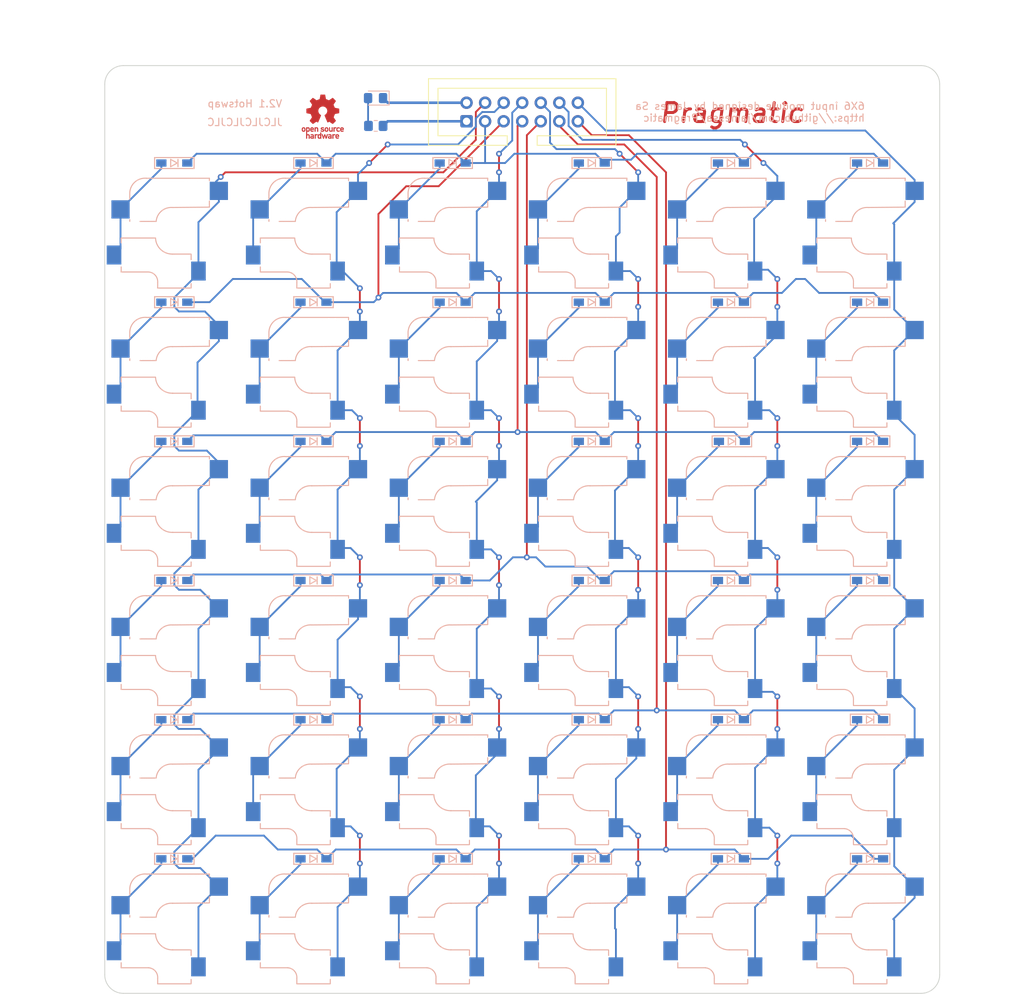
<source format=kicad_pcb>
(kicad_pcb (version 20211014) (generator pcbnew)
  (title_block (title "Pragmatic 6x6 input module") (date "2022-03-02") (rev "2.1") (company "James Sa"))
  (layers (0 "F.Cu" signal) (31 "B.Cu" signal) (34 "B.Paste" user) (35 "F.Paste" user) (36 "B.SilkS" user "B.Silkscreen") (37 "F.SilkS" user "F.Silkscreen") (38 "B.Mask" user) (39 "F.Mask" user) (44 "Edge.Cuts" user))
  (net 0 "")
  (net 1 "Net-(D1-Pad2)")
  (net 2 "Row1")
  (net 3 "Net-(D2-Pad2)")
  (net 4 "Col1")
  (net 5 "Net-(D7-Pad2)")
  (net 6 "Row2")
  (net 7 "Net-(D8-Pad2)")
  (net 8 "VCC")
  (net 9 "Col3")
  (net 10 "Col2")
  (net 11 "Row3")
  (net 12 "GND")
  (net 13 "Row4")
  (net 14 "Row5")
  (net 15 "Row6")
  (net 16 "Col6")
  (net 17 "Col5")
  (net 18 "Col4")
  (net 19 "Net-(D37-Pad2)")
  (net 20 "Net-(D3-Pad2)")
  (net 21 "Net-(D4-Pad2)")
  (net 22 "Net-(D5-Pad2)")
  (net 23 "Net-(D6-Pad2)")
  (net 24 "Net-(D9-Pad2)")
  (net 25 "Net-(D10-Pad2)")
  (net 26 "Net-(D11-Pad2)")
  (net 27 "Net-(D12-Pad2)")
  (net 28 "Net-(D13-Pad2)")
  (net 29 "Net-(D14-Pad2)")
  (net 30 "Net-(D15-Pad2)")
  (net 31 "Net-(D16-Pad2)")
  (net 32 "Net-(D17-Pad2)")
  (net 33 "Net-(D18-Pad2)")
  (net 34 "Net-(D19-Pad2)")
  (net 35 "Net-(D20-Pad2)")
  (net 36 "Net-(D21-Pad2)")
  (net 37 "Net-(D22-Pad2)")
  (net 38 "Net-(D23-Pad2)")
  (net 39 "Net-(D24-Pad2)")
  (net 40 "Net-(D25-Pad2)")
  (net 41 "Net-(D26-Pad2)")
  (net 42 "Net-(D27-Pad2)")
  (net 43 "Net-(D28-Pad2)")
  (net 44 "Net-(D29-Pad2)")
  (net 45 "Net-(D30-Pad2)")
  (net 46 "Net-(D31-Pad2)")
  (net 47 "Net-(D32-Pad2)")
  (net 48 "Net-(D33-Pad2)")
  (net 49 "Net-(D34-Pad2)")
  (net 50 "Net-(D35-Pad2)")
  (net 51 "Net-(D36-Pad2)")
  (footprint "Keyboard_JSA:CherryMX_Choc_Hotswap" (layer "F.Cu") (at 57.15 57.15)
    (fp_text reference "SW1" hide)
    (fp_text value "SW_Push" hide)
  )
  (footprint "Keyboard_JSA:CherryMX_Choc_Hotswap" (layer "F.Cu") (at 57.15 76.2)
    (fp_text reference "SW7" hide)
    (fp_text value "SW_Push" hide)
  )
  (footprint "Keyboard_JSA:CherryMX_Choc_Hotswap" (layer "F.Cu") (at 76.2 76.2)
    (fp_text reference "SW8" hide)
    (fp_text value "SW_Push" hide)
  )
  (footprint "Keyboard_JSA:CherryMX_Choc_Hotswap" (layer "F.Cu") (at 76.2 57.15)
    (fp_text reference "SW2" hide)
    (fp_text value "SW_Push" hide)
  )
  (footprint "Keyboard_JSA:CherryMX_Choc_Hotswap" (layer "F.Cu") (at 95.25 57.15)
    (fp_text reference "SW3" hide)
    (fp_text value "SW_Push" hide)
  )
  (footprint "Keyboard_JSA:CherryMX_Choc_Hotswap" (layer "F.Cu") (at 114.3 57.15)
    (fp_text reference "SW4" hide)
    (fp_text value "SW_Push" hide)
  )
  (footprint "Keyboard_JSA:CherryMX_Choc_Hotswap" (layer "F.Cu") (at 133.35 57.15)
    (fp_text reference "SW5" hide)
    (fp_text value "SW_Push" hide)
  )
  (footprint "Keyboard_JSA:CherryMX_Choc_Hotswap" (layer "F.Cu") (at 152.4 57.15)
    (fp_text reference "SW6" hide)
    (fp_text value "SW_Push" hide)
  )
  (footprint "Keyboard_JSA:CherryMX_Choc_Hotswap" (layer "F.Cu") (at 95.25 76.2)
    (fp_text reference "SW9" hide)
    (fp_text value "SW_Push" hide)
  )
  (footprint "Keyboard_JSA:CherryMX_Choc_Hotswap" (layer "F.Cu") (at 114.3 76.2)
    (fp_text reference "SW10" hide)
    (fp_text value "SW_Push" hide)
  )
  (footprint "Keyboard_JSA:CherryMX_Choc_Hotswap" (layer "F.Cu") (at 133.35 76.2)
    (fp_text reference "SW11" hide)
    (fp_text value "SW_Push" hide)
  )
  (footprint "Keyboard_JSA:CherryMX_Choc_Hotswap" (layer "F.Cu") (at 152.4 76.2)
    (fp_text reference "SW12" hide)
    (fp_text value "SW_Push" hide)
  )
  (footprint "Keyboard_JSA:CherryMX_Choc_Hotswap" (layer "F.Cu") (at 57.15 95.25)
    (fp_text reference "SW13" hide)
    (fp_text value "SW_Push" hide)
  )
  (footprint "Keyboard_JSA:CherryMX_Choc_Hotswap" (layer "F.Cu") (at 76.2 95.25)
    (fp_text reference "SW14" hide)
    (fp_text value "SW_Push" hide)
  )
  (footprint "Keyboard_JSA:CherryMX_Choc_Hotswap" (layer "F.Cu") (at 95.25 95.25)
    (fp_text reference "SW15" hide)
    (fp_text value "SW_Push" hide)
  )
  (footprint "Keyboard_JSA:CherryMX_Choc_Hotswap" (layer "F.Cu") (at 114.3 95.25)
    (fp_text reference "SW16" hide)
    (fp_text value "SW_Push" hide)
  )
  (footprint "Keyboard_JSA:CherryMX_Choc_Hotswap" (layer "F.Cu") (at 133.35 95.25)
    (fp_text reference "SW17" hide)
    (fp_text value "SW_Push" hide)
  )
  (footprint "Keyboard_JSA:CherryMX_Choc_Hotswap" (layer "F.Cu") (at 152.4 95.25)
    (fp_text reference "SW18" hide)
    (fp_text value "SW_Push" hide)
  )
  (footprint "Keyboard_JSA:CherryMX_Choc_Hotswap" (layer "F.Cu") (at 57.15 114.3)
    (fp_text reference "SW19" hide)
    (fp_text value "SW_Push" hide)
  )
  (footprint "Keyboard_JSA:CherryMX_Choc_Hotswap" (layer "F.Cu") (at 76.2 114.3)
    (fp_text reference "SW20" hide)
    (fp_text value "SW_Push" hide)
  )
  (footprint "Keyboard_JSA:CherryMX_Choc_Hotswap" (layer "F.Cu") (at 95.25 114.3)
    (fp_text reference "SW21" hide)
    (fp_text value "SW_Push" hide)
  )
  (footprint "Keyboard_JSA:CherryMX_Choc_Hotswap" (layer "F.Cu") (at 114.3 114.3)
    (fp_text reference "SW22" hide)
    (fp_text value "SW_Push" hide)
  )
  (footprint "Keyboard_JSA:CherryMX_Choc_Hotswap" (layer "F.Cu") (at 133.35 114.3)
    (fp_text reference "SW23" hide)
    (fp_text value "SW_Push" hide)
  )
  (footprint "Keyboard_JSA:CherryMX_Choc_Hotswap" (layer "F.Cu") (at 152.4 114.3)
    (fp_text reference "SW24" hide)
    (fp_text value "SW_Push" hide)
  )
  (footprint "Keyboard_JSA:CherryMX_Choc_Hotswap" (layer "F.Cu") (at 57.15 133.35)
    (fp_text reference "SW25" hide)
    (fp_text value "SW_Push" hide)
  )
  (footprint "Keyboard_JSA:CherryMX_Choc_Hotswap" (layer "F.Cu") (at 76.2 133.35)
    (fp_text reference "SW26" hide)
    (fp_text value "SW_Push" hide)
  )
  (footprint "Keyboard_JSA:CherryMX_Choc_Hotswap" (layer "F.Cu") (at 95.25 133.35)
    (fp_text reference "SW27" hide)
    (fp_text value "SW_Push" hide)
  )
  (footprint "Keyboard_JSA:CherryMX_Choc_Hotswap" (layer "F.Cu") (at 114.3 133.35)
    (fp_text reference "SW28" hide)
    (fp_text value "SW_Push" hide)
  )
  (footprint "Keyboard_JSA:CherryMX_Choc_Hotswap" (layer "F.Cu") (at 133.35 133.35)
    (fp_text reference "SW29" hide)
    (fp_text value "SW_Push" hide)
  )
  (footprint "Keyboard_JSA:CherryMX_Choc_Hotswap" (layer "F.Cu") (at 152.4 133.35)
    (fp_text reference "SW30" hide)
    (fp_text value "SW_Push" hide)
  )
  (footprint "Keyboard_JSA:CherryMX_Choc_Hotswap" (layer "F.Cu") (at 57.15 152.4)
    (fp_text reference "SW31" hide)
    (fp_text value "SW_Push" hide)
  )
  (footprint "Keyboard_JSA:CherryMX_Choc_Hotswap" (layer "F.Cu") (at 76.2 152.4)
    (fp_text reference "SW32" hide)
    (fp_text value "SW_Push" hide)
  )
  (footprint "Keyboard_JSA:CherryMX_Choc_Hotswap" (layer "F.Cu") (at 95.25 152.4)
    (fp_text reference "SW33" hide)
    (fp_text value "SW_Push" hide)
  )
  (footprint "Keyboard_JSA:CherryMX_Choc_Hotswap" (layer "F.Cu") (at 114.3 152.4)
    (fp_text reference "SW34" hide)
    (fp_text value "SW_Push" hide)
  )
  (footprint "Keyboard_JSA:CherryMX_Choc_Hotswap" (layer "F.Cu") (at 133.35 152.4)
    (fp_text reference "SW35" hide)
    (fp_text value "SW_Push" hide)
  )
  (footprint "Keyboard_JSA:CherryMX_Choc_Hotswap" (layer "F.Cu") (at 152.4 152.4)
    (fp_text reference "SW36" hide)
    (fp_text value "SW_Push" hide)
  )
  (footprint "MountingHole:MountingHole_2.5mm" (layer "F.Cu") (at 104.775 104.775)
    (fp_text reference "H5")
    (fp_text value "MountingHole")
  )
  (footprint "MountingHole:MountingHole_2.5mm" (layer "F.Cu") (at 66.675 66.675)
    (fp_text reference "H1")
    (fp_text value "MountingHole")
  )
  (footprint "MountingHole:MountingHole_2.5mm" (layer "F.Cu") (at 66.04 142.24)
    (fp_text reference "H2")
    (fp_text value "MountingHole")
  )
  (footprint "MountingHole:MountingHole_2.5mm" (layer "F.Cu") (at 142.875 66.675)
    (fp_text reference "H3")
    (fp_text value "MountingHole")
  )
  (footprint "MountingHole:MountingHole_2.5mm" (layer "F.Cu") (at 142.875 142.875)
    (fp_text reference "H4")
    (fp_text value "MountingHole")
  )
  (footprint "Connector_IDC:IDC-Header_2x07_P2.54mm_Vertical" (layer "F.Cu") (at 97.155 42.545 90)
    (fp_text reference "J1" hide)
    (fp_text value "Hand-Soldering")
  )
  (footprint "Pragmatic:Logo" (layer "F.Cu") (at 133.35 42.545)
    (fp_text reference "REF**" hide)
    (fp_text value "Logo" hide)
  )
  (footprint "Symbol:OSHW-Logo_5.7x6mm_Copper" (layer "F.Cu") (at 77.47 41.91)
    (fp_text reference "LOGO1" hide)
    (fp_text value "Logo_Open_Hardware_Small" hide)
  )
  (footprint "Keyboard_Foostan:D3_SMD_v2" (layer "B.Cu") (at 57.15 48.26 180)
    (fp_text reference "D1" hide)
    (fp_text value "1N4148" hide)
  )
  (footprint "Keyboard_Foostan:D3_SMD_v2" (layer "B.Cu") (at 57.15 67.31 180)
    (fp_text reference "D7" hide)
    (fp_text value "1N4148" hide)
  )
  (footprint "Keyboard_Foostan:D3_SMD_v2" (layer "B.Cu") (at 76.2 67.31 180)
    (fp_text reference "D8" hide)
    (fp_text value "1N4148" hide)
  )
  (footprint "Keyboard_Foostan:D3_SMD_v2" (layer "B.Cu") (at 76.2 48.26 180)
    (fp_text reference "D2" hide)
    (fp_text value "1N4148" hide)
  )
  (footprint "Keyboard_Foostan:D3_SMD_v2" (layer "B.Cu") (at 95.25 48.26 180)
    (fp_text reference "D3" hide)
    (fp_text value "1N4148" hide)
  )
  (footprint "Keyboard_Foostan:D3_SMD_v2" (layer "B.Cu") (at 114.3 48.26 180)
    (fp_text reference "D4" hide)
    (fp_text value "1N4148" hide)
  )
  (footprint "Keyboard_Foostan:D3_SMD_v2" (layer "B.Cu") (at 133.35 48.26 180)
    (fp_text reference "D5" hide)
    (fp_text value "1N4148" hide)
  )
  (footprint "Keyboard_Foostan:D3_SMD_v2" (layer "B.Cu") (at 152.4 48.26 180)
    (fp_text reference "D6" hide)
    (fp_text value "1N4148" hide)
  )
  (footprint "Keyboard_Foostan:D3_SMD_v2" (layer "B.Cu") (at 95.25 67.31 180)
    (fp_text reference "D9" hide)
    (fp_text value "1N4148" hide)
  )
  (footprint "Keyboard_Foostan:D3_SMD_v2" (layer "B.Cu") (at 114.3 67.31 180)
    (fp_text reference "D10" hide)
    (fp_text value "1N4148" hide)
  )
  (footprint "Keyboard_Foostan:D3_SMD_v2" (layer "B.Cu") (at 133.35 67.31 180)
    (fp_text reference "D11" hide)
    (fp_text value "1N4148" hide)
  )
  (footprint "Keyboard_Foostan:D3_SMD_v2" (layer "B.Cu") (at 152.4 67.31 180)
    (fp_text reference "D12" hide)
    (fp_text value "1N4148" hide)
  )
  (footprint "Keyboard_Foostan:D3_SMD_v2" (layer "B.Cu") (at 57.15 86.36 180)
    (fp_text reference "D13" hide)
    (fp_text value "1N4148" hide)
  )
  (footprint "Keyboard_Foostan:D3_SMD_v2" (layer "B.Cu") (at 76.2 86.36 180)
    (fp_text reference "D14" hide)
    (fp_text value "1N4148" hide)
  )
  (footprint "Keyboard_Foostan:D3_SMD_v2" (layer "B.Cu") (at 95.25 86.36 180)
    (fp_text reference "D15" hide)
    (fp_text value "1N4148" hide)
  )
  (footprint "Keyboard_Foostan:D3_SMD_v2" (layer "B.Cu") (at 114.3 86.36 180)
    (fp_text reference "D16" hide)
    (fp_text value "1N4148" hide)
  )
  (footprint "Keyboard_Foostan:D3_SMD_v2" (layer "B.Cu") (at 133.48 86.36 180)
    (fp_text reference "D17" hide)
    (fp_text value "1N4148" hide)
  )
  (footprint "Keyboard_Foostan:D3_SMD_v2" (layer "B.Cu") (at 152.4 86.36 180)
    (fp_text reference "D18" hide)
    (fp_text value "1N4148" hide)
  )
  (footprint "Keyboard_Foostan:D3_SMD_v2" (layer "B.Cu") (at 57.15 105.41 180)
    (fp_text reference "D19" hide)
    (fp_text value "1N4148" hide)
  )
  (footprint "Keyboard_Foostan:D3_SMD_v2" (layer "B.Cu") (at 76.2 105.41 180)
    (fp_text reference "D20" hide)
    (fp_text value "1N4148" hide)
  )
  (footprint "Keyboard_Foostan:D3_SMD_v2" (layer "B.Cu") (at 95.25 105.41 180)
    (fp_text reference "D21" hide)
    (fp_text value "1N4148" hide)
  )
  (footprint "Keyboard_Foostan:D3_SMD_v2" (layer "B.Cu") (at 114.3 105.41 180)
    (fp_text reference "D22" hide)
    (fp_text value "1N4148" hide)
  )
  (footprint "Keyboard_Foostan:D3_SMD_v2" (layer "B.Cu") (at 133.35 105.41 180)
    (fp_text reference "D23" hide)
    (fp_text value "1N4148" hide)
  )
  (footprint "Keyboard_Foostan:D3_SMD_v2" (layer "B.Cu") (at 152.4 105.41 180)
    (fp_text reference "D24" hide)
    (fp_text value "1N4148" hide)
  )
  (footprint "Keyboard_Foostan:D3_SMD_v2" (layer "B.Cu") (at 57.15 124.46 180)
    (fp_text reference "D25" hide)
    (fp_text value "1N4148" hide)
  )
  (footprint "Keyboard_Foostan:D3_SMD_v2" (layer "B.Cu") (at 76.2 124.46 180)
    (fp_text reference "D26" hide)
    (fp_text value "1N4148" hide)
  )
  (footprint "Keyboard_Foostan:D3_SMD_v2" (layer "B.Cu") (at 95.25 124.46 180)
    (fp_text reference "D27" hide)
    (fp_text value "1N4148" hide)
  )
  (footprint "Keyboard_Foostan:D3_SMD_v2" (layer "B.Cu") (at 114.3 124.46 180)
    (fp_text reference "D28" hide)
    (fp_text value "1N4148" hide)
  )
  (footprint "Keyboard_Foostan:D3_SMD_v2" (layer "B.Cu") (at 133.35 124.46 180)
    (fp_text reference "D29" hide)
    (fp_text value "1N4148" hide)
  )
  (footprint "Keyboard_Foostan:D3_SMD_v2" (layer "B.Cu") (at 152.4 124.46 180)
    (fp_text reference "D30" hide)
    (fp_text value "1N4148" hide)
  )
  (footprint "Keyboard_Foostan:D3_SMD_v2" (layer "B.Cu") (at 57.15 143.51 180)
    (fp_text reference "D31" hide)
    (fp_text value "1N4148" hide)
  )
  (footprint "Keyboard_Foostan:D3_SMD_v2" (layer "B.Cu") (at 76.2 143.51 180)
    (fp_text reference "D32" hide)
    (fp_text value "1N4148" hide)
  )
  (footprint "Keyboard_Foostan:D3_SMD_v2" (layer "B.Cu") (at 95.25 143.51 180)
    (fp_text reference "D33" hide)
    (fp_text value "1N4148" hide)
  )
  (footprint "Keyboard_Foostan:D3_SMD_v2" (layer "B.Cu") (at 114.3 143.51 180)
    (fp_text reference "D34" hide)
    (fp_text value "1N4148" hide)
  )
  (footprint "Keyboard_Foostan:D3_SMD_v2" (layer "B.Cu") (at 133.35 143.51 180)
    (fp_text reference "D35" hide)
    (fp_text value "1N4148" hide)
  )
  (footprint "Keyboard_Foostan:D3_SMD_v2" (layer "B.Cu") (at 152.4 143.51 180)
    (fp_text reference "D36" hide)
    (fp_text value "1N4148" hide)
  )
  (footprint "LED_SMD:LED_0805_2012Metric_Pad1.15x1.40mm_HandSolder" (layer "B.Cu") (at 84.7 39.37 180)
    (fp_text reference "D37")
    (fp_text value "White LED")
  )
  (footprint "Resistor_SMD:R_0805_2012Metric_Pad1.20x1.40mm_HandSolder" (layer "B.Cu") (at 84.725 43.18 180)
    (fp_text reference "R1")
    (fp_text value "1.5K 1/8W")
  )
  (gr_line (start 50.165 161.925) (end 159.385 161.925) (layer "Edge.Cuts") (width 0.12))
  (gr_arc (start 161.925 159.385) (mid 161.181051 161.181051) (end 159.385 161.925) (layer "Edge.Cuts") (width 0.12))
  (gr_arc (start 159.385 34.925) (mid 161.181051 35.668949) (end 161.925 37.465) (layer "Edge.Cuts") (width 0.12))
  (gr_line (start 161.925 37.465) (end 161.925 159.385) (layer "Edge.Cuts") (width 0.12))
  (gr_arc (start 50.165 161.925) (mid 48.368949 161.181051) (end 47.625 159.385) (layer "Edge.Cuts") (width 0.12))
  (gr_line (start 159.385 34.925) (end 50.165 34.925) (layer "Edge.Cuts") (width 0.12))
  (gr_arc (start 47.625 37.465) (mid 48.368949 35.668949) (end 50.165 34.925) (layer "Edge.Cuts") (width 0.12))
  (gr_line (start 47.625 37.465) (end 47.625 159.385) (layer "Edge.Cuts") (width 0.12))
  (gr_text "6X6 input module designed by James Sa\nhttps://github.com/jamessa/Pragmatic" (at 151.765 41.275) (layer "B.SilkS") (effects (font (size 1 1)) (justify left mirror)))
  (gr_text "김" (at 68.58 84.455) (layer "B.SilkS") (effects (font (size 1 1)) (justify mirror)))
  (gr_text "JLCJLCJLCJLC" (at 66.802 42.672) (layer "B.SilkS") (effects (font (size 1.016 1)) (justify mirror)))
  (gr_text "김" (at 67.31 85.09) (layer "B.SilkS") (effects (font (size 1.5 1.5)) (justify mirror)))
  (gr_text "V2.1 Hotswap" (at 66.802 40.132) (layer "B.SilkS") (effects (font (size 1 1)) (justify mirror)))
  (segment (start 49.784 54.61) (end 49.784 59.961) (width 0.25) (layer "B.Cu") (net 1))
  (segment (start 49.784 59.961) (end 48.895 60.85) (width 0.25) (layer "B.Cu") (net 1))
  (segment (start 55.375 49.019) (end 49.784 54.61) (width 0.25) (layer "B.Cu") (net 1))
  (segment (start 55.375 48.26) (end 55.375 49.019) (width 0.25) (layer "B.Cu") (net 1))
  (segment (start 79.245 46.99) (end 95.755 46.99) (width 0.25) (layer "B.Cu") (net 2))
  (segment (start 154.175 48.26) (end 152.905 46.99) (width 0.25) (layer "B.Cu") (net 2))
  (segment (start 115.619005 47.804005) (end 119.680099 47.804005) (width 0.25) (layer "B.Cu") (net 2))
  (segment (start 136.395 46.99) (end 135.125 48.26) (width 0.25) (layer "B.Cu") (net 2))
  (segment (start 99.695 42.545) (end 99.695 48.26) (width 0.25) (layer "B.Cu") (net 2))
  (segment (start 97.025 48.26) (end 102.4298 48.26) (width 0.25) (layer "B.Cu") (net 2))
  (segment (start 114.805 46.99) (end 116.075 48.26) (width 0.25) (layer "B.Cu") (net 2))
  (segment (start 77.975 48.26) (end 79.245 46.99) (width 0.25) (layer "B.Cu") (net 2))
  (segment (start 133.855 46.99) (end 135.125 48.26) (width 0.25) (layer "B.Cu") (net 2))
  (segment (start 102.4298 48.26) (end 103.6998 46.99) (width 0.25) (layer "B.Cu") (net 2))
  (segment (start 119.680099 47.804005) (end 120.494104 46.99) (width 0.25) (layer "B.Cu") (net 2))
  (segment (start 76.705 46.99) (end 77.975 48.26) (width 0.25) (layer "B.Cu") (net 2))
  (segment (start 60.195 46.99) (end 76.705 46.99) (width 0.25) (layer "B.Cu") (net 2))
  (segment (start 95.755 46.99) (end 97.025 48.26) (width 0.25) (layer "B.Cu") (net 2))
  (segment (start 58.925 48.26) (end 60.195 46.99) (width 0.25) (layer "B.Cu") (net 2))
  (segment (start 103.6998 46.99) (end 114.805 46.99) (width 0.25) (layer "B.Cu") (net 2))
  (segment (start 120.494104 46.99) (end 133.855 46.99) (width 0.25) (layer "B.Cu") (net 2))
  (segment (start 152.905 46.99) (end 136.395 46.99) (width 0.25) (layer "B.Cu") (net 2))
  (segment (start 74.425 48.26) (end 74.425 49.019) (width 0.25) (layer "B.Cu") (net 3))
  (segment (start 67.945 55.499) (end 67.945 60.85) (width 0.25) (layer "B.Cu") (net 3))
  (segment (start 74.425 49.019) (end 68.834 54.61) (width 0.25) (layer "B.Cu") (net 3))
  (segment (start 93.98 49.53) (end 64.135 49.53) (width 0.25) (layer "F.Cu") (net 4))
  (segment (start 64.135 49.53) (end 63.5 50.165) (width 0.25) (layer "F.Cu") (net 4))
  (segment (start 98.425 41.275) (end 98.425 45.085) (width 0.25) (layer "F.Cu") (net 4))
  (segment (start 98.425 45.085) (end 93.98 49.53) (width 0.25) (layer "F.Cu") (net 4))
  (segment (start 99.695 40.005) (end 98.425 41.275) (width 0.25) (layer "F.Cu") (net 4))
  (via (at 63.5 50.165) (size 0.8) (drill 0.4) (layers "F.Cu" "B.Cu") (net 4))
  (segment (start 60.325 75.565) (end 60.325 81.973) (width 0.25) (layer "B.Cu") (net 4))
  (segment (start 63.246 71.12) (end 63.246 72.644) (width 0.25) (layer "B.Cu") (net 4))
  (segment (start 57.15 104.452) (end 60.452 101.15) (width 0.25) (layer "B.Cu") (net 4))
  (segment (start 60.452 92.964) (end 60.452 101.15) (width 0.25) (layer "B.Cu") (net 4))
  (segment (start 60.452 131.318) (end 60.452 139.25) (width 0.25) (layer "B.Cu") (net 4))
  (segment (start 63.246 128.524) (end 60.452 131.318) (width 0.25) (layer "B.Cu") (net 4))
  (segment (start 57.15 85.402) (end 57.15 86.995) (width 0.25) (layer "B.Cu") (net 4))
  (segment (start 57.15 86.995) (end 57.785 87.63) (width 0.25) (layer "B.Cu") (net 4))
  (segment (start 57.15 125.132011) (end 57.747989 125.73) (width 0.25) (layer "B.Cu") (net 4))
  (segment (start 63.246 109.22) (end 60.452 112.014) (width 0.25) (layer "B.Cu") (net 4))
  (segment (start 61.595 87.63) (end 63.246 89.281) (width 0.25) (layer "B.Cu") (net 4))
  (segment (start 57.15 66.675) (end 57.15 67.945) (width 0.25) (layer "B.Cu") (net 4))
  (segment (start 57.15 106.045) (end 57.785 106.68) (width 0.25) (layer "B.Cu") (net 4))
  (segment (start 57.785 87.63) (end 61.595 87.63) (width 0.25) (layer "B.Cu") (net 4))
  (segment (start 61.332987 68.58) (end 63.246 70.493013) (width 0.25) (layer "B.Cu") (net 4))
  (segment (start 60.706 125.73) (end 63.246 128.27) (width 0.25) (layer "B.Cu") (net 4))
  (segment (start 62.865 51.689) (end 62.865 50.8) (width 0.25) (layer "B.Cu") (net 4))
  (segment (start 60.452 112.014) (end 60.452 120.2) (width 0.25) (layer "B.Cu") (net 4))
  (segment (start 63.246 147.32) (end 60.452 150.114) (width 0.25) (layer "B.Cu") (net 4))
  (segment (start 57.785 144.78) (end 60.706 144.78) (width 0.25) (layer "B.Cu") (net 4))
  (segment (start 57.785 68.58) (end 61.332987 68.58) (width 0.25) (layer "B.Cu") (net 4))
  (segment (start 60.452 63.373) (end 57.15 66.675) (width 0.25) (layer "B.Cu") (net 4))
  (segment (start 57.785 106.68) (end 60.706 106.68) (width 0.25) (layer "B.Cu") (net 4))
  (segment (start 57.15 142.552) (end 57.15 144.145) (width 0.25) (layer "B.Cu") (net 4))
  (segment (start 63.246 90.17) (end 60.452 92.964) (width 0.25) (layer "B.Cu") (net 4))
  (segment (start 57.15 144.145) (end 57.785 144.78) (width 0.25) (layer "B.Cu") (net 4))
  (segment (start 63.246 72.644) (end 60.325 75.565) (width 0.25) (layer "B.Cu") (net 4))
  (segment (start 60.452 120.523) (end 57.15 123.825) (width 0.25) (layer "B.Cu") (net 4))
  (segment (start 63.246 53.57) (end 60.452 56.364) (width 0.25) (layer "B.Cu") (net 4))
  (segment (start 57.15 67.945) (end 57.785 68.58) (width 0.25) (layer "B.Cu") (net 4))
  (segment (start 60.452 139.25) (end 57.15 142.552) (width 0.25) (layer "B.Cu") (net 4))
  (segment (start 60.706 106.68) (end 63.246 109.22) (width 0.25) (layer "B.Cu") (net 4))
  (segment (start 62.865 50.8) (end 63.5 50.165) (width 0.25) (layer "B.Cu") (net 4))
  (segment (start 63.246 52.07) (end 63.246 53.57) (width 0.25) (layer "B.Cu") (net 4))
  (segment (start 60.706 144.78) (end 63.246 147.32) (width 0.25) (layer "B.Cu") (net 4))
  (segment (start 60.452 56.364) (end 60.452 63.05) (width 0.25) (layer "B.Cu") (net 4))
  (segment (start 57.747989 125.73) (end 60.706 125.73) (width 0.25) (layer "B.Cu") (net 4))
  (segment (start 57.15 104.452) (end 57.15 106.045) (width 0.25) (layer "B.Cu") (net 4))
  (segment (start 60.452 82.1) (end 57.15 85.402) (width 0.25) (layer "B.Cu") (net 4))
  (segment (start 57.15 123.825) (end 57.15 125.132011) (width 0.25) (layer "B.Cu") (net 4))
  (segment (start 60.452 150.114) (end 60.452 158.3) (width 0.25) (layer "B.Cu") (net 4))
  (segment (start 55.375 67.31) (end 55.375 68.069) (width 0.25) (layer "B.Cu") (net 5))
  (segment (start 55.375 68.069) (end 49.784 73.66) (width 0.25) (layer "B.Cu") (net 5))
  (segment (start 49.784 73.66) (end 49.784 79.011) (width 0.25) (layer "B.Cu") (net 5))
  (segment (start 49.784 79.011) (end 48.895 79.9) (width 0.25) (layer "B.Cu") (net 5))
  (segment (start 102.235 42.545) (end 93.345 51.435) (width 0.25) (layer "F.Cu") (net 6))
  (segment (start 85.09 55.245) (end 85.09 66.675) (width 0.25) (layer "F.Cu") (net 6))
  (segment (start 88.9 51.435) (end 85.09 55.245) (width 0.25) (layer "F.Cu") (net 6))
  (segment (start 93.345 51.435) (end 88.9 51.435) (width 0.25) (layer "F.Cu") (net 6))
  (via (at 85.09 66.675) (size 0.8) (drill 0.4) (layers "F.Cu" "B.Cu") (net 6))
  (segment (start 97.025 67.31) (end 95.755 66.04) (width 0.25) (layer "B.Cu") (net 6))
  (segment (start 85.725 66.04) (end 85.09 66.675) (width 0.25) (layer "B.Cu") (net 6))
  (segment (start 154.175 67.31) (end 152.905 66.04) (width 0.25) (layer "B.Cu") (net 6))
  (segment (start 84.455 67.31) (end 85.09 66.675) (width 0.25) (layer "B.Cu") (net 6))
  (segment (start 95.755 66.04) (end 85.725 66.04) (width 0.25) (layer "B.Cu") (net 6))
  (segment (start 114.805 66.04) (end 98.295 66.04) (width 0.25) (layer "B.Cu") (net 6))
  (segment (start 140.335 66.04) (end 136.395 66.04) (width 0.25) (layer "B.Cu") (net 6))
  (segment (start 136.395 66.04) (end 135.125 67.31) (width 0.25) (layer "B.Cu") (net 6))
  (segment (start 58.925 67.31) (end 61.9846 67.31) (width 0.25) (layer "B.Cu") (net 6))
  (segment (start 77.975 67.31) (end 84.455 67.31) (width 0.25) (layer "B.Cu") (net 6))
  (segment (start 116.075 67.31) (end 114.805 66.04) (width 0.25) (layer "B.Cu") (net 6))
  (segment (start 152.905 66.04) (end 145.415 66.04) (width 0.25) (layer "B.Cu") (net 6))
  (segment (start 142.24 64.135) (end 140.335 66.04) (width 0.25) (layer "B.Cu") (net 6))
  (segment (start 135.125 67.31) (end 133.855 66.04) (width 0.25) (layer "B.Cu") (net 6))
  (segment (start 98.295 66.04) (end 97.025 67.31) (width 0.25) (layer "B.Cu") (net 6))
  (segment (start 61.9846 67.31) (end 65.1596 64.135) (width 0.25) (layer "B.Cu") (net 6))
  (segment (start 74.6 64.135) (end 77.775 67.31) (width 0.25) (layer "B.Cu") (net 6))
  (segment (start 133.855 66.04) (end 117.345 66.04) (width 0.25) (layer "B.Cu") (net 6))
  (segment (start 65.1596 64.135) (end 74.6 64.135) (width 0.25) (layer "B.Cu") (net 6))
  (segment (start 143.51 64.135) (end 142.24 64.135) (width 0.25) (layer "B.Cu") (net 6))
  (segment (start 117.345 66.04) (end 116.075 67.31) (width 0.25) (layer "B.Cu") (net 6))
  (segment (start 145.415 66.04) (end 143.51 64.135) (width 0.25) (layer "B.Cu") (net 6))
  (segment (start 68.834 73.66) (end 68.834 79.011) (width 0.25) (layer "B.Cu") (net 7))
  (segment (start 74.425 68.069) (end 68.834 73.66) (width 0.25) (layer "B.Cu") (net 7))
  (segment (start 68.834 79.011) (end 67.945 79.9) (width 0.25) (layer "B.Cu") (net 7))
  (segment (start 74.425 67.31) (end 74.425 68.069) (width 0.25) (layer "B.Cu") (net 7))
  (segment (start 86.36 42.545) (end 97.155 42.545) (width 0.3556) (layer "B.Cu") (net 8))
  (segment (start 85.725 43.18) (end 86.36 42.545) (width 0.3556) (layer "B.Cu") (net 8))
  (segment (start 101.6 49.53) (end 101.6 46.99) (width 0.25) (layer "F.Cu") (net 9))
  (segment (start 101.6 86.995) (end 101.6 83.185) (width 0.25) (layer "F.Cu") (net 9))
  (segment (start 101.6 68.58) (end 101.6 64.135) (width 0.25) (layer "F.Cu") (net 9))
  (segment (start 101.6 121.285) (end 101.6 125.73) (width 0.25) (layer "F.Cu") (net 9))
  (segment (start 101.6 140.335) (end 101.6 144.145) (width 0.25) (layer "F.Cu") (net 9))
  (segment (start 101.6 102.235) (end 101.6 106.045) (width 0.25) (layer "F.Cu") (net 9))
  (via (at 101.6 125.73) (size 0.8) (drill 0.4) (layers "F.Cu" "B.Cu") (net 9))
  (via (at 101.6 46.99) (size 0.8) (drill 0.4) (layers "F.Cu" "B.Cu") (net 9))
  (via (at 101.6 86.995) (size 0.8) (drill 0.4) (layers "F.Cu" "B.Cu") (net 9))
  (via (at 101.6 102.235) (size 0.8) (drill 0.4) (layers "F.Cu" "B.Cu") (net 9))
  (via (at 101.6 144.145) (size 0.8) (drill 0.4) (layers "F.Cu" "B.Cu") (net 9))
  (via (at 101.6 68.58) (size 0.8) (drill 0.4) (layers "F.Cu" "B.Cu") (net 9))
  (via (at 101.6 49.53) (size 0.8) (drill 0.4) (layers "F.Cu" "B.Cu") (net 9))
  (via (at 101.6 64.135) (size 0.8) (drill 0.4) (layers "F.Cu" "B.Cu") (net 9))
  (via (at 101.6 140.335) (size 0.8) (drill 0.4) (layers "F.Cu" "B.Cu") (net 9))
  (via (at 101.6 83.185) (size 0.8) (drill 0.4) (layers "F.Cu" "B.Cu") (net 9))
  (via (at 101.6 121.285) (size 0.8) (drill 0.4) (layers "F.Cu" "B.Cu") (net 9))
  (via (at 101.6 106.045) (size 0.8) (drill 0.4) (layers "F.Cu" "B.Cu") (net 9))
  (segment (start 101.6 108.966) (end 101.6 106.045) (width 0.25) (layer "B.Cu") (net 9))
  (segment (start 104.775 40.005) (end 103.409511 41.370489) (width 0.25) (layer "B.Cu") (net 9))
  (segment (start 98.552 112.014) (end 98.552 120.2) (width 0.25) (layer "B.Cu") (net 9))
  (segment (start 101.346 147.32) (end 98.552 150.114) (width 0.25) (layer "B.Cu") (net 9))
  (segment (start 98.552 82.1) (end 100.515 82.1) (width 0.25) (layer "B.Cu") (net 9))
  (segment (start 101.6 70.866) (end 101.6 68.58) (width 0.25) (layer "B.Cu") (net 9))
  (segment (start 98.425 94.615) (end 98.552 94.742) (width 0.25) (layer "B.Cu") (net 9))
  (segment (start 100.515 101.15) (end 101.6 102.235) (width 0.25) (layer "B.Cu") (net 9))
  (segment (start 100.515 120.2) (end 101.6 121.285) (width 0.25) (layer "B.Cu") (net 9))
  (segment (start 101.346 147.32) (end 101.6 147.066) (width 0.25) (layer "B.Cu") (net 9))
  (segment (start 101.6 147.066) (end 101.6 144.145) (width 0.25) (layer "B.Cu") (net 9))
  (segment (start 101.346 72.62) (end 98.552 75.414) (width 0.25) (layer "B.Cu") (net 9))
  (segment (start 98.552 75.414) (end 98.552 82.1) (width 0.25) (layer "B.Cu") (net 9))
  (segment (start 101.346 52.07) (end 98.552 54.864) (width 0.25) (layer "B.Cu") (net 9))
  (segment (start 103.409511 41.370489) (end 103.409511 45.180489) (width 0.25) (layer "B.Cu") (net 9))
  (segment (start 98.795 139.065) (end 100.33 139.065) (width 0.25) (layer "B.Cu") (net 9))
  (segment (start 103.409511 45.180489) (end 101.6 46.99) (width 0.25) (layer "B.Cu") (net 9))
  (segment (start 98.552 54.864) (end 98.552 63.05) (width 0.25) (layer "B.Cu") (net 9))
  (segment (start 101.6 89.916) (end 101.6 86.995) (width 0.25) (layer "B.Cu") (net 9))
  (segment (start 98.552 150.114) (end 98.552 158.3) (width 0.25) (layer "B.Cu") (net 9))
  (segment (start 98.552 101.15) (end 100.515 101.15) (width 0.25) (layer "B.Cu") (net 9))
  (segment (start 101.6 128.016) (end 101.6 125.73) (width 0.25) (layer "B.Cu") (net 9))
  (segment (start 98.61 139.25) (end 98.795 139.065) (width 0.25) (layer "B.Cu") (net 9))
  (segment (start 98.552 63.05) (end 100.515 63.05) (width 0.25) (layer "B.Cu") (net 9))
  (segment (start 101.346 90.17) (end 101.346 91.694) (width 0.25) (layer "B.Cu") (net 9))
  (segment (start 101.346 129.159) (end 98.425 132.08) (width 0.25) (layer "B.Cu") (net 9))
  (segment (start 98.552 94.742) (end 98.552 101.15) (width 0.25) (layer "B.Cu") (net 9))
  (segment (start 101.346 91.694) (end 98.425 94.615) (width 0.25) (layer "B.Cu") (net 9))
  (segment (start 101.346 109.22) (end 98.552 112.014) (width 0.25) (layer "B.Cu") (net 9))
  (segment (start 101.6 51.816) (end 101.6 49.53) (width 0.25) (layer "B.Cu") (net 9))
  (segment (start 98.552 120.2) (end 100.515 120.2) (width 0.25) (layer "B.Cu") (net 9))
  (segment (start 100.515 63.05) (end 101.6 64.135) (width 0.25) (layer "B.Cu") (net 9))
  (segment (start 101.346 71.12) (end 101.346 72.62) (width 0.25) (layer "B.Cu") (net 9))
  (segment (start 100.515 82.1) (end 101.6 83.185) (width 0.25) (layer "B.Cu") (net 9))
  (segment (start 98.425 132.08) (end 98.425 139.123) (width 0.25) (layer "B.Cu") (net 9))
  (segment (start 100.33 139.065) (end 101.6 140.335) (width 0.25) (layer "B.Cu") (net 9))
  (segment (start 83.82 48.26) (end 86.36 45.72) (width 0.25) (layer "F.Cu") (net 10))
  (segment (start 82.55 140.335) (end 82.55 144.145) (width 0.25) (layer "F.Cu") (net 10))
  (segment (start 82.55 86.995) (end 82.55 83.185) (width 0.25) (layer "F.Cu") (net 10))
  (segment (start 82.55 121.285) (end 82.55 125.73) (width 0.25) (layer "F.Cu") (net 10))
  (segment (start 82.55 65.405) (end 82.55 68.58) (width 0.25) (layer "F.Cu") (net 10))
  (segment (start 82.55 102.235) (end 82.55 106.045) (width 0.25) (layer "F.Cu") (net 10))
  (via (at 86.36 45.72) (size 0.8) (drill 0.4) (layers "F.Cu" "B.Cu") (net 10))
  (via (at 82.55 125.73) (size 0.8) (drill 0.4) (layers "F.Cu" "B.Cu") (net 10))
  (via (at 82.55 83.185) (size 0.8) (drill 0.4) (layers "F.Cu" "B.Cu") (net 10))
  (via (at 82.55 144.145) (size 0.8) (drill 0.4) (layers "F.Cu" "B.Cu") (net 10))
  (via (at 82.55 68.58) (size 0.8) (drill 0.4) (layers "F.Cu" "B.Cu") (net 10))
  (via (at 82.55 106.045) (size 0.8) (drill 0.4) (layers "F.Cu" "B.Cu") (net 10))
  (via (at 82.55 86.995) (size 0.8) (drill 0.4) (layers "F.Cu" "B.Cu") (net 10))
  (via (at 82.55 121.285) (size 0.8) (drill 0.4) (layers "F.Cu" "B.Cu") (net 10))
  (via (at 83.82 48.26) (size 0.8) (drill 0.4) (layers "F.Cu" "B.Cu") (net 10))
  (via (at 82.55 65.405) (size 0.8) (drill 0.4) (layers "F.Cu" "B.Cu") (net 10))
  (via (at 82.55 140.335) (size 0.8) (drill 0.4) (layers "F.Cu" "B.Cu") (net 10))
  (via (at 82.55 102.235) (size 0.8) (drill 0.4) (layers "F.Cu" "B.Cu") (net 10))
  (segment (start 82.296 128.27) (end 82.55 128.016) (width 0.25) (layer "B.Cu") (net 10))
  (segment (start 98.425 42.15399) (end 98.425 43.287493) (width 0.25) (layer "B.Cu") (net 10))
  (segment (start 102.235 40.005) (end 100.965 41.275) (width 0.25) (layer "B.Cu") (net 10))
  (segment (start 79.56 120.2) (end 79.745 120.015) (width 0.25) (layer "B.Cu") (net 10))
  (segment (start 82.55 70.866) (end 82.55 68.58) (width 0.25) (layer "B.Cu") (net 10))
  (segment (start 82.55 128.016) (end 82.55 125.73) (width 0.25) (layer "B.Cu") (net 10))
  (segment (start 99.30399 41.275) (end 98.425 42.15399) (width 0.25) (layer "B.Cu") (net 10))
  (segment (start 82.296 52.07) (end 79.375 54.991) (width 0.25) (layer "B.Cu") (net 10))
  (segment (start 82.55 89.916) (end 82.55 86.995) (width 0.25) (layer "B.Cu") (net 10))
  (segment (start 80.264 100.965) (end 81.28 100.965) (width 0.25) (layer "B.Cu") (net 10))
  (segment (start 79.502 139.25) (end 79.687 139.065) (width 0.25) (layer "B.Cu") (net 10))
  (segment (start 79.502 82.1) (end 81.465 82.1) (width 0.25) (layer "B.Cu") (net 10))
  (segment (start 82.296 52.07) (end 82.296 49.784) (width 0.25) (layer "B.Cu") (net 10))
  (segment (start 81.28 100.965) (end 82.55 102.235) (width 0.25) (layer "B.Cu") (net 10))
  (segment (start 82.55 147.066) (end 82.55 144.145) (width 0.25) (layer "B.Cu") (net 10))
  (segment (start 81.28 139.065) (end 82.55 140.335) (width 0.25) (layer "B.Cu") (net 10))
  (segment (start 81.28 120.015) (end 82.55 121.285) (width 0.25) (layer "B.Cu") (net 10))
  (segment (start 79.375 54.991) (end 79.375 62.923) (width 0.25) (layer "B.Cu") (net 10))
  (segment (start 79.502 113.514) (end 79.502 120.2) (width 0.25) (layer "B.Cu") (net 10))
  (segment (start 81.465 82.1) (end 82.55 83.185) (width 0.25) (layer "B.Cu") (net 10))
  (segment (start 82.296 109.22) (end 82.296 110.72) (width 0.25) (layer "B.Cu") (net 10))
  (segment (start 100.965 41.275) (end 99.30399 41.275) (width 0.25) (layer "B.Cu") (net 10))
  (segment (start 79.502 92.964) (end 79.502 101.15) (width 0.25) (layer "B.Cu") (net 10))
  (segment (start 79.502 150.114) (end 79.502 158.3) (width 0.25) (layer "B.Cu") (net 10))
  (segment (start 82.296 147.32) (end 82.55 147.066) (width 0.25) (layer "B.Cu") (net 10))
  (segment (start 80.195 63.05) (end 82.55 65.405) (width 0.25) (layer "B.Cu") (net 10))
  (segment (start 82.296 90.17) (end 79.502 92.964) (width 0.25) (layer "B.Cu") (net 10))
  (segment (start 98.425 43.287493) (end 95.992493 45.72) (width 0.25) (layer "B.Cu") (net 10))
  (segment (start 79.502 73.914) (end 79.502 82.1) (width 0.25) (layer "B.Cu") (net 10))
  (segment (start 79.745 120.015) (end 81.28 120.015) (width 0.25) (layer "B.Cu") (net 10))
  (segment (start 82.296 128.27) (end 79.375 131.191) (width 0.25) (layer "B.Cu") (net 10))
  (segment (start 95.992493 45.72) (end 86.36 45.72) (width 0.25) (layer "B.Cu") (net 10))
  (segment (start 79.375 131.191) (end 79.375 139.123) (width 0.25) (layer "B.Cu") (net 10))
  (segment (start 82.296 110.72) (end 79.502 113.514) (width 0.25) (layer "B.Cu") (net 10))
  (segment (start 82.55 108.966) (end 82.55 106.045) (width 0.25) (layer "B.Cu") (net 10))
  (segment (start 82.296 147.32) (end 79.502 150.114) (width 0.25) (layer "B.Cu") (net 10))
  (segment (start 82.296 71.12) (end 79.502 73.914) (width 0.25) (layer "B.Cu") (net 10))
  (segment (start 79.687 139.065) (end 81.28 139.065) (width 0.25) (layer "B.Cu") (net 10))
  (segment (start 82.296 49.784) (end 83.82 48.26) (width 0.25) (layer "B.Cu") (net 10))
  (segment (start 104.775 42.545) (end 104.14 43.18) (width 0.25) (layer "F.Cu") (net 11))
  (segment (start 104.14 43.18) (end 104.14 85.09) (width 0.25) (layer "F.Cu") (net 11))
  (via (at 104.14 85.09) (size 0.8) (drill 0.4) (layers "F.Cu" "B.Cu") (net 11))
  (segment (start 136.525 85.09) (end 135.255 86.36) (width 0.25) (layer "B.Cu") (net 11))
  (segment (start 77.150489 85.535489) (end 59.749511 85.535489) (width 0.25) (layer "B.Cu") (net 11))
  (segment (start 133.785 85.09) (end 117.345 85.09) (width 0.25) (layer "B.Cu") (net 11))
  (segment (start 154.175 86.36) (end 152.905 85.09) (width 0.25) (layer "B.Cu") (net 11))
  (segment (start 79.245 85.09) (end 77.975 86.36) (width 0.25) (layer "B.Cu") (net 11))
  (segment (start 114.805 85.09) (end 104.14 85.09) (width 0.25) (layer "B.Cu") (net 11))
  (segment (start 95.755 85.09) (end 79.245 85.09) (width 0.25) (layer "B.Cu") (net 11))
  (segment (start 117.345 85.09) (end 116.075 86.36) (width 0.25) (layer "B.Cu") (net 11))
  (segment (start 97.025 86.36) (end 95.755 85.09) (width 0.25) (layer "B.Cu") (net 11))
  (segment (start 152.905 85.09) (end 136.525 85.09) (width 0.25) (layer "B.Cu") (net 11))
  (segment (start 77.975 86.36) (end 77.150489 85.535489) (width 0.25) (layer "B.Cu") (net 11))
  (segment (start 116.075 86.36) (end 114.805 85.09) (width 0.25) (layer "B.Cu") (net 11))
  (segment (start 98.295 85.09) (end 104.14 85.09) (width 0.25) (layer "B.Cu") (net 11))
  (segment (start 59.749511 85.535489) (end 58.925 86.36) (width 0.25) (layer "B.Cu") (net 11))
  (segment (start 97.025 86.36) (end 98.295 85.09) (width 0.25) (layer "B.Cu") (net 11))
  (segment (start 135.055 86.36) (end 133.785 85.09) (width 0.25) (layer "B.Cu") (net 11))
  (segment (start 86.36 40.005) (end 85.725 39.37) (width 0.3556) (layer "B.Cu") (net 12))
  (segment (start 97.155 40.005) (end 86.36 40.005) (width 0.3556) (layer "B.Cu") (net 12))
  (segment (start 107.315 42.545) (end 105.41 44.45) (width 0.25) (layer "F.Cu") (net 13))
  (segment (start 105.41 44.45) (end 105.41 102.235) (width 0.25) (layer "F.Cu") (net 13))
  (via (at 105.41 102.235) (size 0.8) (drill 0.4) (layers "F.Cu" "B.Cu") (net 13))
  (segment (start 154.175 105.41) (end 153.350489 104.585489) (width 0.25) (layer "B.Cu") (net 13))
  (segment (start 107.95 103.505) (end 106.68 102.235) (width 0.25) (layer "B.Cu") (net 13))
  (segment (start 103.505 102.235) (end 105.41 102.235) (width 0.25) (layer "B.Cu") (net 13))
  (segment (start 106.68 102.235) (end 105.41 102.235) (width 0.25) (layer "B.Cu") (net 13))
  (segment (start 97.025 105.41) (end 96.200489 104.585489) (width 0.25) (layer "B.Cu") (net 13))
  (segment (start 113.665 103.505) (end 107.95 103.505) (width 0.25) (layer "B.Cu") (net 13))
  (segment (start 77.150489 104.585489) (end 59.749511 104.585489) (width 0.25) (layer "B.Cu") (net 13))
  (segment (start 153.350489 104.585489) (end 135.949511 104.585489) (width 0.25) (layer "B.Cu") (net 13))
  (segment (start 77.975 105.41) (end 77.150489 104.585489) (width 0.25) (layer "B.Cu") (net 13))
  (segment (start 135.125 105.41) (end 133.855 104.14) (width 0.25) (layer "B.Cu") (net 13))
  (segment (start 96.200489 104.585489) (end 78.799511 104.585489) (width 0.25) (layer "B.Cu") (net 13))
  (segment (start 117.345 104.14) (end 116.075 105.41) (width 0.25) (layer "B.Cu") (net 13))
  (segment (start 135.949511 104.585489) (end 135.125 105.41) (width 0.25) (layer "B.Cu") (net 13))
  (segment (start 100.33 105.41) (end 103.505 102.235) (width 0.25) (layer "B.Cu") (net 13))
  (segment (start 115.57 105.41) (end 113.665 103.505) (width 0.25) (layer "B.Cu") (net 13))
  (segment (start 78.799511 104.585489) (end 77.975 105.41) (width 0.25) (layer "B.Cu") (net 13))
  (segment (start 133.855 104.14) (end 117.345 104.14) (width 0.25) (layer "B.Cu") (net 13))
  (segment (start 97.025 105.41) (end 100.33 105.41) (width 0.25) (layer "B.Cu") (net 13))
  (segment (start 59.749511 104.585489) (end 58.925 105.41) (width 0.25) (layer "B.Cu") (net 13))
  (segment (start 123.19 50.165) (end 123.19 123.19) (width 0.25) (layer "F.Cu") (net 14))
  (segment (start 109.855 42.545) (end 109.855 43.18) (width 0.25) (layer "F.Cu") (net 14))
  (segment (start 109.855 43.18) (end 112.395 45.72) (width 0.25) (layer "F.Cu") (net 14))
  (segment (start 112.395 45.72) (end 118.745 45.72) (width 0.25) (layer "F.Cu") (net 14))
  (segment (start 118.745 45.72) (end 123.19 50.165) (width 0.25) (layer "F.Cu") (net 14))
  (via (at 123.19 123.19) (size 0.8) (drill 0.4) (layers "F.Cu" "B.Cu") (net 14))
  (segment (start 96.200489 123.635489) (end 78.799511 123.635489) (width 0.25) (layer "B.Cu") (net 14))
  (segment (start 116.164501 124.370499) (end 117.345 123.19) (width 0.25) (layer "B.Cu") (net 14))
  (segment (start 97.849511 123.635489) (end 97.025 124.46) (width 0.25) (layer "B.Cu") (net 14))
  (segment (start 135.125 124.46) (end 133.855 123.19) (width 0.25) (layer "B.Cu") (net 14))
  (segment (start 115.250489 123.635489) (end 97.849511 123.635489) (width 0.25) (layer "B.Cu") (net 14))
  (segment (start 78.799511 123.635489) (end 77.975 124.46) (width 0.25) (layer "B.Cu") (net 14))
  (segment (start 97.025 124.46) (end 96.200489 123.635489) (width 0.25) (layer "B.Cu") (net 14))
  (segment (start 136.395 123.19) (end 135.125 124.46) (width 0.25) (layer "B.Cu") (net 14))
  (segment (start 77.150489 123.635489) (end 59.749511 123.635489) (width 0.25) (layer "B.Cu") (net 14))
  (segment (start 77.975 124.46) (end 77.150489 123.635489) (width 0.25) (layer "B.Cu") (net 14))
  (segment (start 116.075 124.46) (end 115.250489 123.635489) (width 0.25) (layer "B.Cu") (net 14))
  (segment (start 154.175 124.46) (end 152.905 123.19) (width 0.25) (layer "B.Cu") (net 14))
  (segment (start 59.749511 123.635489) (end 58.925 124.46) (width 0.25) (layer "B.Cu") (net 14))
  (segment (start 117.345 123.19) (end 123.19 123.19) (width 0.25) (layer "B.Cu") (net 14))
  (segment (start 133.855 123.19) (end 123.19 123.19) (width 0.25) (layer "B.Cu") (net 14))
  (segment (start 152.905 123.19) (end 136.395 123.19) (width 0.25) (layer "B.Cu") (net 14))
  (segment (start 124.46 49.53) (end 124.46 142.24) (width 0.25) (layer "F.Cu") (net 15))
  (segment (start 119.38 44.45) (end 124.46 49.53) (width 0.25) (layer "F.Cu") (net 15))
  (segment (start 114.3 44.45) (end 119.38 44.45) (width 0.25) (layer "F.Cu") (net 15))
  (segment (start 112.395 42.545) (end 114.3 44.45) (width 0.25) (layer "F.Cu") (net 15))
  (via (at 124.46 142.24) (size 0.8) (drill 0.4) (layers "F.Cu" "B.Cu") (net 15))
  (segment (start 153.035 143.51) (end 149.86 140.335) (width 0.25) (layer "B.Cu") (net 15))
  (segment (start 116.075 143.51) (end 117.345 142.24) (width 0.25) (layer "B.Cu") (net 15))
  (segment (start 76.705 142.24) (end 71.316211 142.24) (width 0.25) (layer "B.Cu") (net 15))
  (segment (start 77.975 143.51) (end 76.705 142.24) (width 0.25) (layer "B.Cu") (net 15))
  (segment (start 114.805 142.24) (end 98.295 142.24) (width 0.25) (layer "B.Cu") (net 15))
  (segment (start 116.075 143.51) (end 114.805 142.24) (width 0.25) (layer "B.Cu") (net 15))
  (segment (start 95.755 142.24) (end 79.245 142.24) (width 0.25) (layer "B.Cu") (net 15))
  (segment (start 117.345 142.24) (end 124.46 142.24) (width 0.25) (layer "B.Cu") (net 15))
  (segment (start 135.125 143.51) (end 133.855 142.24) (width 0.25) (layer "B.Cu") (net 15))
  (segment (start 62.809042 140.335) (end 59.279521 143.864521) (width 0.25) (layer "B.Cu") (net 15))
  (segment (start 141.605 140.335) (end 138.43 143.51) (width 0.25) (layer "B.Cu") (net 15))
  (segment (start 138.43 143.51) (end 135.125 143.51) (width 0.25) (layer "B.Cu") (net 15))
  (segment (start 97.025 143.51) (end 95.755 142.24) (width 0.25) (layer "B.Cu") (net 15))
  (segment (start 69.411211 140.335) (end 62.809042 140.335) (width 0.25) (layer "B.Cu") (net 15))
  (segment (start 98.295 142.24) (end 97.025 143.51) (width 0.25) (layer "B.Cu") (net 15))
  (segment (start 133.855 142.24) (end 124.46 142.24) (width 0.25) (layer "B.Cu") (net 15))
  (segment (start 149.86 140.335) (end 141.605 140.335) (width 0.25) (layer "B.Cu") (net 15))
  (segment (start 153.975 143.51) (end 153.035 143.51) (width 0.25) (layer "B.Cu") (net 15))
  (segment (start 79.245 142.24) (end 77.975 143.51) (width 0.25) (layer "B.Cu") (net 15))
  (segment (start 71.316211 142.24) (end 69.411211 140.335) (width 0.25) (layer "B.Cu") (net 15))
  (segment (start 158.496 128.524) (end 155.702 131.318) (width 0.25) (layer "B.Cu") (net 16))
  (segment (start 155.702 101.15) (end 155.702 106.426) (width 0.25) (layer "B.Cu") (net 16))
  (segment (start 151.741 43.815) (end 158.496 50.57) (width 0.25) (layer "B.Cu") (net 16))
  (segment (start 155.702 63.05) (end 155.702 68.326) (width 0.25) (layer "B.Cu") (net 16))
  (segment (start 155.702 92.964) (end 155.702 101.15) (width 0.25) (layer "B.Cu") (net 16))
  (segment (start 158.496 90.17) (end 155.702 92.964) (width 0.25) (layer "B.Cu") (net 16))
  (segment (start 158.496 71.12) (end 155.702 73.914) (width 0.25) (layer "B.Cu") (net 16))
  (segment (start 155.702 151.892) (end 155.702 158.3) (width 0.25) (layer "B.Cu") (net 16))
  (segment (start 112.395 40.005) (end 116.205 43.815) (width 0.25) (layer "B.Cu") (net 16))
  (segment (start 158.496 122.936) (end 158.496 128.27) (width 0.25) (layer "B.Cu") (net 16))
  (segment (start 155.702 106.426) (end 158.496 109.22) (width 0.25) (layer "B.Cu") (net 16))
  (segment (start 158.496 147.32) (end 158.496 148.844) (width 0.25) (layer "B.Cu") (net 16))
  (segment (start 116.205 43.815) (end 151.741 43.815) (width 0.25) (layer "B.Cu") (net 16))
  (segment (start 155.702 144.526) (end 158.496 147.32) (width 0.25) (layer "B.Cu") (net 16))
  (segment (start 155.702 73.914) (end 155.702 82.1) (width 0.25) (layer "B.Cu") (net 16))
  (segment (start 155.702 131.318) (end 155.702 139.25) (width 0.25) (layer "B.Cu") (net 16))
  (segment (start 155.702 56.642) (end 155.702 63.05) (width 0.25) (layer "B.Cu") (net 16))
  (segment (start 158.496 53.594) (end 155.575 56.515) (width 0.25) (layer "B.Cu") (net 16))
  (segment (start 155.702 120.142) (end 158.496 122.936) (width 0.25) (layer "B.Cu") (net 16))
  (segment (start 155.702 112.014) (end 155.702 120.2) (width 0.25) (layer "B.Cu") (net 16))
  (segment (start 158.496 148.844) (end 155.575 151.765) (width 0.25) (layer "B.Cu") (net 16))
  (segment (start 155.702 68.326) (end 158.496 71.12) (width 0.25) (layer "B.Cu") (net 16))
  (segment (start 155.702 139.25) (end 155.702 144.526) (width 0.25) (layer "B.Cu") (net 16))
  (segment (start 155.575 151.765) (end 155.702 151.892) (width 0.25) (layer "B.Cu") (net 16))
  (segment (start 158.496 109.22) (end 155.702 112.014) (width 0.25) (layer "B.Cu") (net 16))
  (segment (start 158.496 52.07) (end 158.496 53.594) (width 0.25) (layer "B.Cu") (net 16))
  (segment (start 158.496 85.471) (end 158.496 90.17) (width 0.25) (layer "B.Cu") (net 16))
  (segment (start 158.496 50.57) (end 158.496 52.07) (width 0.25) (layer "B.Cu") (net 16))
  (segment (start 155.575 56.515) (end 155.702 56.642) (width 0.25) (layer "B.Cu") (net 16))
  (segment (start 155.575 82.55) (end 158.496 85.471) (width 0.25) (layer "B.Cu") (net 16))
  (segment (start 139.7 140.335) (end 139.7 144.145) (width 0.25) (layer "F.Cu") (net 17))
  (segment (start 139.7 121.285) (end 139.7 125.73) (width 0.25) (layer "F.Cu") (net 17))
  (segment (start 139.7 102.235) (end 139.7 106.68) (width 0.25) (layer "F.Cu") (net 17))
  (segment (start 139.7 64.135) (end 139.7 67.945) (width 0.25) (layer "F.Cu") (net 17))
  (segment (start 139.7 83.185) (end 139.7 86.995) (width 0.25) (layer "F.Cu") (net 17))
  (segment (start 135.255 45.72) (end 137.795 48.26) (width 0.25) (layer "F.Cu") (net 17))
  (via (at 139.7 83.185) (size 0.8) (drill 0.4) (layers "F.Cu" "B.Cu") (net 17))
  (via (at 139.7 140.335) (size 0.8) (drill 0.4) (layers "F.Cu" "B.Cu") (net 17))
  (via (at 139.7 86.995) (size 0.8) (drill 0.4) (layers "F.Cu" "B.Cu") (net 17))
  (via (at 139.7 144.145) (size 0.8) (drill 0.4) (layers "F.Cu" "B.Cu") (net 17))
  (via (at 139.7 102.235) (size 0.8) (drill 0.4) (layers "F.Cu" "B.Cu") (net 17))
  (via (at 139.7 121.285) (size 0.8) (drill 0.4) (layers "F.Cu" "B.Cu") (net 17))
  (via (at 135.255 45.72) (size 0.8) (drill 0.4) (layers "F.Cu" "B.Cu") (net 17))
  (via (at 139.7 106.68) (size 0.8) (drill 0.4) (layers "F.Cu" "B.Cu") (net 17))
  (via (at 139.7 125.73) (size 0.8) (drill 0.4) (layers "F.Cu" "B.Cu") (net 17))
  (via (at 139.7 67.945) (size 0.8) (drill 0.4) (layers "F.Cu" "B.Cu") (net 17))
  (via (at 137.795 48.26) (size 0.8) (drill 0.4) (layers "F.Cu" "B.Cu") (net 17))
  (via (at 139.7 64.135) (size 0.8) (drill 0.4) (layers "F.Cu" "B.Cu") (net 17))
  (segment (start 136.895 62.865) (end 138.43 62.865) (width 0.25) (layer "B.Cu") (net 17))
  (segment (start 139.7 70.866) (end 139.7 67.945) (width 0.25) (layer "B.Cu") (net 17))
  (segment (start 139.446 90.17) (end 136.652 92.964) (width 0.25) (layer "B.Cu") (net 17))
  (segment (start 134.62 45.085) (end 135.255 45.72) (width 0.25) (layer "B.Cu") (net 17))
  (segment (start 139.7 108.966) (end 139.7 106.68) (width 0.25) (layer "B.Cu") (net 17))
  (segment (start 113.03 45.085) (end 134.62 45.085) (width 0.25) (layer "B.Cu") (net 17))
  (segment (start 138.615 82.1) (end 139.7 83.185) (width 0.25) (layer "B.Cu") (net 17))
  (segment (start 137.922 48.26) (end 137.795 48.26) (width 0.25) (layer "B.Cu") (net 17))
  (segment (start 138.43 100.965) (end 139.7 102.235) (width 0.25) (layer "B.Cu") (net 17))
  (segment (start 138.615 139.25) (end 139.7 140.335) (width 0.25) (layer "B.Cu") (net 17))
  (segment (start 139.7 50.038) (end 137.922 48.26) (width 0.25) (layer "B.Cu") (net 17))
  (segment (start 139.7 128.016) (end 139.7 125.73) (width 0.25) (layer "B.Cu") (net 17))
  (segment (start 139.446 52.959) (end 136.525 55.88) (width 0.25) (layer "B.Cu") (net 17))
  (segment (start 136.525 55.88) (end 136.525 62.923) (width 0.25) (layer "B.Cu") (net 17))
  (segment (start 139.7 89.916) (end 139.7 86.995) (width 0.25) (layer "B.Cu") (net 17))
  (segment (start 139.446 146.431) (end 139.7 146.177) (width 0.25) (layer "B.Cu") (net 17))
  (segment (start 136.779 120.65) (end 139.065 120.65) (width 0.25) (layer "B.Cu") (net 17))
  (segment (start 136.652 150.114) (end 136.652 158.3) (width 0.25) (layer "B.Cu") (net 17))
  (segment (start 136.652 92.964) (end 136.652 101.15) (width 0.25) (layer "B.Cu") (net 17))
  (segment (start 109.855 40.005) (end 111.125 41.275) (width 0.25) (layer "B.Cu") (net 17))
  (segment (start 136.652 131.064) (end 136.652 139.25) (width 0.25) (layer "B.Cu") (net 17))
  (segment (start 139.7 51.816) (end 139.7 50.038) (width 0.25) (layer "B.Cu") (net 17))
  (segment (start 136.895 100.965) (end 138.43 100.965) (width 0.25) (layer "B.Cu") (net 17))
  (segment (start 136.652 139.25) (end 138.615 139.25) (width 0.25) (layer "B.Cu") (net 17))
  (segment (start 139.065 120.65) (end 139.7 121.285) (width 0.25) (layer "B.Cu") (net 17))
  (segment (start 138.43 62.865) (end 139.7 64.135) (width 0.25) (layer "B.Cu") (net 17))
  (segment (start 111.125 43.18) (end 113.03 45.085) (width 0.25) (layer "B.Cu") (net 17))
  (segment (start 139.7 146.177) (end 139.7 144.145) (width 0.25) (layer "B.Cu") (net 17))
  (segment (start 139.446 147.32) (end 136.652 150.114) (width 0.25) (layer "B.Cu") (net 17))
  (segment (start 111.125 41.275) (end 111.125 43.18) (width 0.25) (layer "B.Cu") (net 17))
  (segment (start 136.652 75.057) (end 136.652 82.1) (width 0.25) (layer "B.Cu") (net 17))
  (segment (start 139.446 109.22) (end 136.652 112.014) (width 0.25) (layer "B.Cu") (net 17))
  (segment (start 136.652 112.014) (end 136.652 120.2) (width 0.25) (layer "B.Cu") (net 17))
  (segment (start 139.446 128.27) (end 136.652 131.064) (width 0.25) (layer "B.Cu") (net 17))
  (segment (start 136.652 82.1) (end 138.615 82.1) (width 0.25) (layer "B.Cu") (net 17))
  (segment (start 136.525 74.93) (end 136.652 75.057) (width 0.25) (layer "B.Cu") (net 17))
  (segment (start 139.446 72.009) (end 136.525 74.93) (width 0.25) (layer "B.Cu") (net 17))
  (segment (start 120.65 140.335) (end 120.65 144.145) (width 0.25) (layer "F.Cu") (net 18))
  (segment (start 120.65 67.945) (end 120.65 64.135) (width 0.25) (layer "F.Cu") (net 18))
  (segment (start 120.65 83.185) (end 120.65 86.995) (width 0.25) (layer "F.Cu") (net 18))
  (segment (start 120.65 49.53) (end 118.11 46.99) (width 0.25) (layer "F.Cu") (net 18))
  (segment (start 120.65 121.285) (end 120.65 125.73) (width 0.25) (layer "F.Cu") (net 18))
  (segment (start 120.65 102.235) (end 120.65 106.68) (width 0.25) (layer "F.Cu") (net 18))
  (via (at 118.11 46.99) (size 0.8) (drill 0.4) (layers "F.Cu" "B.Cu") (net 18))
  (via (at 120.65 49.53) (size 0.8) (drill 0.4) (layers "F.Cu" "B.Cu") (net 18))
  (via (at 120.65 102.235) (size 0.8) (drill 0.4) (layers "F.Cu" "B.Cu") (net 18))
  (via (at 120.65 125.73) (size 0.8) (drill 0.4) (layers "F.Cu" "B.Cu") (net 18))
  (via (at 120.65 64.135) (size 0.8) (drill 0.4) (layers "F.Cu" "B.Cu") (net 18))
  (via (at 120.65 140.335) (size 0.8) (drill 0.4) (layers "F.Cu" "B.Cu") (net 18))
  (via (at 120.65 86.995) (size 0.8) (drill 0.4) (layers "F.Cu" "B.Cu") (net 18))
  (via (at 120.65 67.945) (size 0.8) (drill 0.4) (layers "F.Cu" "B.Cu") (net 18))
  (via (at 120.65 83.185) (size 0.8) (drill 0.4) (layers "F.Cu" "B.Cu") (net 18))
  (via (at 120.65 106.68) (size 0.8) (drill 0.4) (layers "F.Cu" "B.Cu") (net 18))
  (via (at 120.65 144.145) (size 0.8) (drill 0.4) (layers "F.Cu" "B.Cu") (net 18))
  (via (at 120.65 121.285) (size 0.8) (drill 0.4) (layers "F.Cu" "B.Cu") (net 18))
  (segment (start 120.65 128.016) (end 120.65 125.73) (width 0.25) (layer "B.Cu") (net 18))
  (segment (start 120.396 147.32) (end 120.65 147.066) (width 0.25) (layer "B.Cu") (net 18))
  (segment (start 118.11 54.356) (end 118.11 57.785) (width 0.25) (layer "B.Cu") (net 18))
  (segment (start 120.65 147.066) (end 120.65 144.145) (width 0.25) (layer "B.Cu") (net 18))
  (segment (start 120.65 49.53) (end 120.65 51.816) (width 0.25) (layer "B.Cu") (net 18))
  (segment (start 108.585 45.47601) (end 109.46399 46.355) (width 0.25) (layer "B.Cu") (net 18))
  (segment (start 117.475 46.355) (end 118.11 46.99) (width 0.25) (layer "B.Cu") (net 18))
  (segment (start 120.396 71.12) (end 117.475 74.041) (width 0.25) (layer "B.Cu") (net 18))
  (segment (start 107.315 40.005) (end 108.585 41.275) (width 0.25) (layer "B.Cu") (net 18))
  (segment (start 117.602 82.1) (end 119.565 82.1) (width 0.25) (layer "B.Cu") (net 18))
  (segment (start 109.46399 46.355) (end 117.475 46.355) (width 0.25) (layer "B.Cu") (net 18))
  (segment (start 120.396 52.07) (end 118.11 54.356) (width 0.25) (layer "B.Cu") (net 18))
  (segment (start 118.179 63.05) (end 119.565 63.05) (width 0.25) (layer "B.Cu") (net 18))
  (segment (start 120.65 108.966) (end 120.65 106.68) (width 0.25) (layer "B.Cu") (net 18))
  (segment (start 120.65 89.916) (end 120.65 86.995) (width 0.25) (layer "B.Cu") (net 18))
  (segment (start 118.11 57.785) (end 117.602 58.293) (width 0.25) (layer "B.Cu") (net 18))
  (segment (start 117.475 74.041) (end 117.475 81.973) (width 0.25) (layer "B.Cu") (net 18))
  (segment (start 120.396 147.32) (end 117.475 150.241) (width 0.25) (layer "B.Cu") (net 18))
  (segment (start 120.396 109.22) (end 117.602 112.014) (width 0.25) (layer "B.Cu") (net 18))
  (segment (start 117.845 120.015) (end 119.38 120.015) (width 0.25) (layer "B.Cu") (net 18))
  (segment (start 117.475 150.241) (end 117.475 153.035) (width 0.25) (layer "B.Cu") (net 18))
  (segment (start 117.602 139.827) (end 118.364 139.065) (width 0.25) (layer "B.Cu") (net 18))
  (segment (start 117.602 153.162) (end 117.602 158.3) (width 0.25) (layer "B.Cu") (net 18))
  (segment (start 119.38 100.965) (end 120.65 102.235) (width 0.25) (layer "B.Cu") (net 18))
  (segment (start 120.65 70.866) (end 120.65 67.945) (width 0.25) (layer "B.Cu") (net 18))
  (segment (start 117.475 153.035) (end 117.602 153.162) (width 0.25) (layer "B.Cu") (net 18))
  (segment (start 117.845 100.965) (end 119.38 100.965) (width 0.25) (layer "B.Cu") (net 18))
  (segment (start 120.396 90.17) (end 117.475 93.091) (width 0.25) (layer "B.Cu") (net 18))
  (segment (start 117.602 112.014) (end 117.602 120.2) (width 0.25) (layer "B.Cu") (net 18))
  (segment (start 119.565 82.1) (end 120.65 83.185) (width 0.25) (layer "B.Cu") (net 18))
  (segment (start 119.565 63.05) (end 120.65 64.135) (width 0.25) (layer "B.Cu") (net 18))
  (segment (start 119.38 120.015) (end 120.65 121.285) (width 0.25) (layer "B.Cu") (net 18))
  (segment (start 108.585 41.275) (end 108.585 45.47601) (width 0.25) (layer "B.Cu") (net 18))
  (segment (start 118.364 139.065) (end 119.38 139.065) (width 0.25) (layer "B.Cu") (net 18))
  (segment (start 117.602 132.564) (end 117.602 139.25) (width 0.25) (layer "B.Cu") (net 18))
  (segment (start 120.396 129.77) (end 117.602 132.564) (width 0.25) (layer "B.Cu") (net 18))
  (segment (start 120.396 128.27) (end 120.396 129.77) (width 0.25) (layer "B.Cu") (net 18))
  (segment (start 117.602 58.293) (end 117.602 63.05) (width 0.25) (layer "B.Cu") (net 18))
  (segment (start 117.475 93.091) (end 117.475 101.023) (width 0.25) (layer "B.Cu") (net 18))
  (segment (start 119.38 139.065) (end 120.65 140.335) (width 0.25) (layer "B.Cu") (net 18))
  (segment (start 83.675 39.37) (end 83.675 43.13) (width 0.25) (layer "B.Cu") (net 19))
  (segment (start 93.475 48.26) (end 93.475 49.019) (width 0.25) (layer "B.Cu") (net 20))
  (segment (start 87.884 54.61) (end 87.884 59.961) (width 0.25) (layer "B.Cu") (net 20))
  (segment (start 87.884 59.961) (end 86.995 60.85) (width 0.25) (layer "B.Cu") (net 20))
  (segment (start 93.475 49.019) (end 87.884 54.61) (width 0.25) (layer "B.Cu") (net 20))
  (segment (start 106.934 54.61) (end 106.934 59.961) (width 0.25) (layer "B.Cu") (net 21))
  (segment (start 112.525 49.019) (end 106.934 54.61) (width 0.25) (layer "B.Cu") (net 21))
  (segment (start 112.525 48.26) (end 112.525 49.019) (width 0.25) (layer "B.Cu") (net 21))
  (segment (start 106.934 59.961) (end 106.045 60.85) (width 0.25) (layer "B.Cu") (net 21))
  (segment (start 125.984 54.61) (end 125.984 59.961) (width 0.25) (layer "B.Cu") (net 22))
  (segment (start 131.575 49.019) (end 125.984 54.61) (width 0.25) (layer "B.Cu") (net 22))
  (segment (start 125.984 59.961) (end 125.095 60.85) (width 0.25) (layer "B.Cu") (net 22))
  (segment (start 131.575 48.26) (end 131.575 49.019) (width 0.25) (layer "B.Cu") (net 22))
  (segment (start 150.625 48.26) (end 150.625 49.019) (width 0.25) (layer "B.Cu") (net 23))
  (segment (start 150.625 49.019) (end 145.034 54.61) (width 0.25) (layer "B.Cu") (net 23))
  (segment (start 145.034 54.61) (end 145.034 59.961) (width 0.25) (layer "B.Cu") (net 23))
  (segment (start 145.034 59.961) (end 144.145 60.85) (width 0.25) (layer "B.Cu") (net 23))
  (segment (start 87.884 79.011) (end 86.995 79.9) (width 0.25) (layer "B.Cu") (net 24))
  (segment (start 93.475 67.31) (end 93.475 68.069) (width 0.25) (layer "B.Cu") (net 24))
  (segment (start 93.475 68.069) (end 87.884 73.66) (width 0.25) (layer "B.Cu") (net 24))
  (segment (start 87.884 73.66) (end 87.884 79.011) (width 0.25) (layer "B.Cu") (net 24))
  (segment (start 106.934 73.66) (end 106.934 79.011) (width 0.25) (layer "B.Cu") (net 25))
  (segment (start 112.525 68.069) (end 106.934 73.66) (width 0.25) (layer "B.Cu") (net 25))
  (segment (start 106.934 79.011) (end 106.045 79.9) (width 0.25) (layer "B.Cu") (net 25))
  (segment (start 112.525 67.31) (end 112.525 68.069) (width 0.25) (layer "B.Cu") (net 25))
  (segment (start 125.984 73.66) (end 125.984 79.011) (width 0.25) (layer "B.Cu") (net 26))
  (segment (start 125.984 79.011) (end 125.095 79.9) (width 0.25) (layer "B.Cu") (net 26))
  (segment (start 131.575 67.31) (end 131.575 68.069) (width 0.25) (layer "B.Cu") (net 26))
  (segment (start 131.575 68.069) (end 125.984 73.66) (width 0.25) (layer "B.Cu") (net 26))
  (segment (start 150.625 68.069) (end 145.034 73.66) (width 0.25) (layer "B.Cu") (net 27))
  (segment (start 145.034 73.66) (end 145.034 79.011) (width 0.25) (layer "B.Cu") (net 27))
  (segment (start 150.625 67.31) (end 150.625 68.069) (width 0.25) (layer "B.Cu") (net 27))
  (segment (start 145.034 79.011) (end 144.145 79.9) (width 0.25) (layer "B.Cu") (net 27))
  (segment (start 49.784 98.061) (end 48.895 98.95) (width 0.25) (layer "B.Cu") (net 28))
  (segment (start 55.375 86.36) (end 55.375 87.119) (width 0.25) (layer "B.Cu") (net 28))
  (segment (start 55.375 87.119) (end 49.784 92.71) (width 0.25) (layer "B.Cu") (net 28))
  (segment (start 49.784 92.71) (end 49.784 98.061) (width 0.25) (layer "B.Cu") (net 28))
  (segment (start 74.425 87.119) (end 68.834 92.71) (width 0.25) (layer "B.Cu") (net 29))
  (segment (start 68.834 92.71) (end 68.834 98.061) (width 0.25) (layer "B.Cu") (net 29))
  (segment (start 68.834 98.061) (end 67.945 98.95) (width 0.25) (layer "B.Cu") (net 29))
  (segment (start 74.425 86.36) (end 74.425 87.119) (width 0.25) (layer "B.Cu") (net 29))
  (segment (start 93.475 87.119) (end 87.884 92.71) (width 0.25) (layer "B.Cu") (net 30))
  (segment (start 87.884 98.061) (end 86.995 98.95) (width 0.25) (layer "B.Cu") (net 30))
  (segment (start 93.475 86.36) (end 93.475 87.119) (width 0.25) (layer "B.Cu") (net 30))
  (segment (start 87.884 92.71) (end 87.884 98.061) (width 0.25) (layer "B.Cu") (net 30))
  (segment (start 106.934 92.71) (end 106.934 98.061) (width 0.25) (layer "B.Cu") (net 31))
  (segment (start 112.525 86.36) (end 112.525 87.119) (width 0.25) (layer "B.Cu") (net 31))
  (segment (start 106.934 98.061) (end 106.045 98.95) (width 0.25) (layer "B.Cu") (net 31))
  (segment (start 112.525 87.119) (end 106.934 92.71) (width 0.25) (layer "B.Cu") (net 31))
  (segment (start 131.705 86.989) (end 125.984 92.71) (width 0.25) (layer "B.Cu") (net 32))
  (segment (start 131.705 86.36) (end 131.705 86.989) (width 0.25) (layer "B.Cu") (net 32))
  (segment (start 125.984 98.061) (end 125.095 98.95) (width 0.25) (layer "B.Cu") (net 32))
  (segment (start 125.984 92.71) (end 125.984 98.061) (width 0.25) (layer "B.Cu") (net 32))
  (segment (start 150.625 86.36) (end 150.625 87.119) (width 0.25) (layer "B.Cu") (net 33))
  (segment (start 145.034 98.061) (end 144.145 98.95) (width 0.25) (layer "B.Cu") (net 33))
  (segment (start 150.625 87.119) (end 145.034 92.71) (width 0.25) (layer "B.Cu") (net 33))
  (segment (start 145.034 92.71) (end 145.034 98.061) (width 0.25) (layer "B.Cu") (net 33))
  (segment (start 49.784 117.111) (end 48.895 118) (width 0.25) (layer "B.Cu") (net 34))
  (segment (start 49.784 111.76) (end 49.784 117.111) (width 0.25) (layer "B.Cu") (net 34))
  (segment (start 55.375 106.169) (end 49.784 111.76) (width 0.25) (layer "B.Cu") (net 34))
  (segment (start 55.375 105.41) (end 55.375 106.169) (width 0.25) (layer "B.Cu") (net 34))
  (segment (start 74.425 105.41) (end 74.425 106.169) (width 0.25) (layer "B.Cu") (net 35))
  (segment (start 74.425 106.169) (end 68.834 111.76) (width 0.25) (layer "B.Cu") (net 35))
  (segment (start 68.834 111.76) (end 68.834 117.111) (width 0.25) (layer "B.Cu") (net 35))
  (segment (start 68.834 117.111) (end 67.945 118) (width 0.25) (layer "B.Cu") (net 35))
  (segment (start 87.884 117.111) (end 86.995 118) (width 0.25) (layer "B.Cu") (net 36))
  (segment (start 93.475 105.41) (end 93.475 106.169) (width 0.25) (layer "B.Cu") (net 36))
  (segment (start 93.475 106.169) (end 87.884 111.76) (width 0.25) (layer "B.Cu") (net 36))
  (segment (start 87.884 111.76) (end 87.884 117.111) (width 0.25) (layer "B.Cu") (net 36))
  (segment (start 106.934 111.76) (end 106.934 117.111) (width 0.25) (layer "B.Cu") (net 37))
  (segment (start 112.525 105.41) (end 112.525 106.169) (width 0.25) (layer "B.Cu") (net 37))
  (segment (start 106.934 117.111) (end 106.045 118) (width 0.25) (layer "B.Cu") (net 37))
  (segment (start 112.525 106.169) (end 106.934 111.76) (width 0.25) (layer "B.Cu") (net 37))
  (segment (start 125.984 111.76) (end 125.984 117.111) (width 0.25) (layer "B.Cu") (net 38))
  (segment (start 131.575 106.169) (end 125.984 111.76) (width 0.25) (layer "B.Cu") (net 38))
  (segment (start 125.984 117.111) (end 125.095 118) (width 0.25) (layer "B.Cu") (net 38))
  (segment (start 131.575 105.41) (end 131.575 106.169) (width 0.25) (layer "B.Cu") (net 38))
  (segment (start 145.034 117.111) (end 144.145 118) (width 0.25) (layer "B.Cu") (net 39))
  (segment (start 145.034 111.76) (end 145.034 117.111) (width 0.25) (layer "B.Cu") (net 39))
  (segment (start 150.625 105.41) (end 150.625 106.169) (width 0.25) (layer "B.Cu") (net 39))
  (segment (start 150.625 106.169) (end 145.034 111.76) (width 0.25) (layer "B.Cu") (net 39))
  (segment (start 55.375 125.219) (end 49.784 130.81) (width 0.25) (layer "B.Cu") (net 40))
  (segment (start 55.375 124.46) (end 55.375 125.219) (width 0.25) (layer "B.Cu") (net 40))
  (segment (start 49.784 136.161) (end 48.895 137.05) (width 0.25) (layer "B.Cu") (net 40))
  (segment (start 49.784 130.81) (end 49.784 136.161) (width 0.25) (layer "B.Cu") (net 40))
  (segment (start 74.425 124.46) (end 74.425 125.219) (width 0.25) (layer "B.Cu") (net 41))
  (segment (start 74.425 125.219) (end 68.834 130.81) (width 0.25) (layer "B.Cu") (net 41))
  (segment (start 67.945 131.445) (end 67.945 137.05) (width 0.25) (layer "B.Cu") (net 41))
  (segment (start 93.475 124.46) (end 93.475 125.219) (width 0.25) (layer "B.Cu") (net 42))
  (segment (start 87.884 136.161) (end 86.995 137.05) (width 0.25) (layer "B.Cu") (net 42))
  (segment (start 93.475 125.219) (end 87.884 130.81) (width 0.25) (layer "B.Cu") (net 42))
  (segment (start 87.884 130.81) (end 87.884 136.161) (width 0.25) (layer "B.Cu") (net 42))
  (segment (start 106.934 136.161) (end 106.045 137.05) (width 0.25) (layer "B.Cu") (net 43))
  (segment (start 112.525 125.219) (end 106.934 130.81) (width 0.25) (layer "B.Cu") (net 43))
  (segment (start 106.934 130.81) (end 106.934 136.161) (width 0.25) (layer "B.Cu") (net 43))
  (segment (start 112.525 124.46) (end 112.525 125.219) (width 0.25) (layer "B.Cu") (net 43))
  (segment (start 131.575 125.219) (end 125.984 130.81) (width 0.25) (layer "B.Cu") (net 44))
  (segment (start 125.984 130.81) (end 125.984 136.161) (width 0.25) (layer "B.Cu") (net 44))
  (segment (start 125.984 136.161) (end 125.095 137.05) (width 0.25) (layer "B.Cu") (net 44))
  (segment (start 131.575 124.46) (end 131.575 125.219) (width 0.25) (layer "B.Cu") (net 44))
  (segment (start 150.625 125.219) (end 145.034 130.81) (width 0.25) (layer "B.Cu") (net 45))
  (segment (start 145.034 136.161) (end 144.145 137.05) (width 0.25) (layer "B.Cu") (net 45))
  (segment (start 145.034 130.81) (end 145.034 136.161) (width 0.25) (layer "B.Cu") (net 45))
  (segment (start 150.625 124.46) (end 150.625 125.219) (width 0.25) (layer "B.Cu") (net 45))
  (segment (start 55.375 144.269) (end 49.784 149.86) (width 0.25) (layer "B.Cu") (net 46))
  (segment (start 55.375 143.51) (end 55.375 144.269) (width 0.25) (layer "B.Cu") (net 46))
  (segment (start 49.784 149.86) (end 49.784 155.211) (width 0.25) (layer "B.Cu") (net 46))
  (segment (start 49.784 155.211) (end 48.895 156.1) (width 0.25) (layer "B.Cu") (net 46))
  (segment (start 68.834 149.86) (end 68.834 155.211) (width 0.25) (layer "B.Cu") (net 47))
  (segment (start 74.425 144.269) (end 68.834 149.86) (width 0.25) (layer "B.Cu") (net 47))
  (segment (start 74.425 143.51) (end 74.425 144.269) (width 0.25) (layer "B.Cu") (net 47))
  (segment (start 68.834 155.211) (end 67.945 156.1) (width 0.25) (layer "B.Cu") (net 47))
  (segment (start 93.475 143.51) (end 93.475 144.269) (width 0.25) (layer "B.Cu") (net 48))
  (segment (start 93.475 144.269) (end 87.884 149.86) (width 0.25) (layer "B.Cu") (net 48))
  (segment (start 87.884 149.86) (end 87.884 155.211) (width 0.25) (layer "B.Cu") (net 48))
  (segment (start 87.884 155.211) (end 86.995 156.1) (width 0.25) (layer "B.Cu") (net 48))
  (segment (start 106.934 149.86) (end 106.934 155.211) (width 0.25) (layer "B.Cu") (net 49))
  (segment (start 112.525 143.51) (end 112.525 144.269) (width 0.25) (layer "B.Cu") (net 49))
  (segment (start 112.525 144.269) (end 106.934 149.86) (width 0.25) (layer "B.Cu") (net 49))
  (segment (start 106.934 155.211) (end 106.045 156.1) (width 0.25) (layer "B.Cu") (net 49))
  (segment (start 131.575 143.51) (end 131.575 144.269) (width 0.25) (layer "B.Cu") (net 50))
  (segment (start 125.984 149.86) (end 125.984 155.211) (width 0.25) (layer "B.Cu") (net 50))
  (segment (start 125.984 155.211) (end 125.095 156.1) (width 0.25) (layer "B.Cu") (net 50))
  (segment (start 131.575 144.269) (end 125.984 149.86) (width 0.25) (layer "B.Cu") (net 50))
  (segment (start 150.625 144.269) (end 145.034 149.86) (width 0.25) (layer "B.Cu") (net 51))
  (segment (start 150.625 143.51) (end 150.625 144.269) (width 0.25) (layer "B.Cu") (net 51))
  (segment (start 145.034 149.86) (end 145.034 155.211) (width 0.25) (layer "B.Cu") (net 51))
  (segment (start 145.034 155.211) (end 144.145 156.1) (width 0.25) (layer "B.Cu") (net 51))
)
</source>
